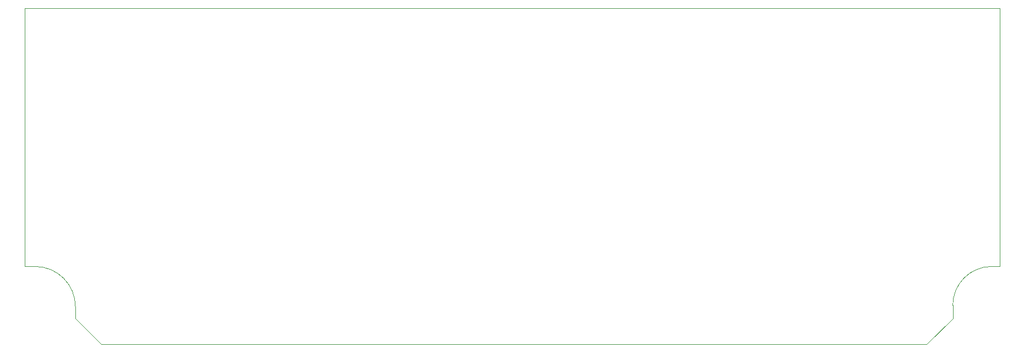
<source format=gm1>
G04 #@! TF.GenerationSoftware,KiCad,Pcbnew,7.0.9-7.0.9~ubuntu22.04.1*
G04 #@! TF.CreationDate,2023-11-25T07:22:28+00:00*
G04 #@! TF.ProjectId,284617-1,32383436-3137-42d3-912e-6b696361645f,R0.4*
G04 #@! TF.SameCoordinates,PX47868c0PY8bfd670*
G04 #@! TF.FileFunction,Profile,NP*
%FSLAX46Y46*%
G04 Gerber Fmt 4.6, Leading zero omitted, Abs format (unit mm)*
G04 Created by KiCad (PCBNEW 7.0.9-7.0.9~ubuntu22.04.1) date 2023-11-25 07:22:28*
%MOMM*%
%LPD*%
G01*
G04 APERTURE LIST*
G04 #@! TA.AperFunction,Profile*
%ADD10C,0.100000*%
G04 #@! TD*
G04 APERTURE END LIST*
D10*
X138800000Y-10000D02*
X142800000Y3990000D01*
X150000000Y51790000D02*
X150000000Y11990000D01*
X7800000Y5790000D02*
G75*
G03*
X1600000Y11990000I-6200000J0D01*
G01*
X7800000Y3990000D02*
X11800000Y-10000D01*
X142800000Y3990000D02*
X142800000Y5990000D01*
X148800000Y11990000D02*
X150000000Y11990000D01*
X0Y11990000D02*
X1600000Y11990000D01*
X148800000Y11990000D02*
G75*
G03*
X142800000Y5990000I0J-6000000D01*
G01*
X0Y11990000D02*
X0Y51790000D01*
X11800000Y-10000D02*
X138800000Y-10000D01*
X0Y51790000D02*
X150000000Y51790000D01*
X7800000Y3990000D02*
X7800000Y5790000D01*
M02*

</source>
